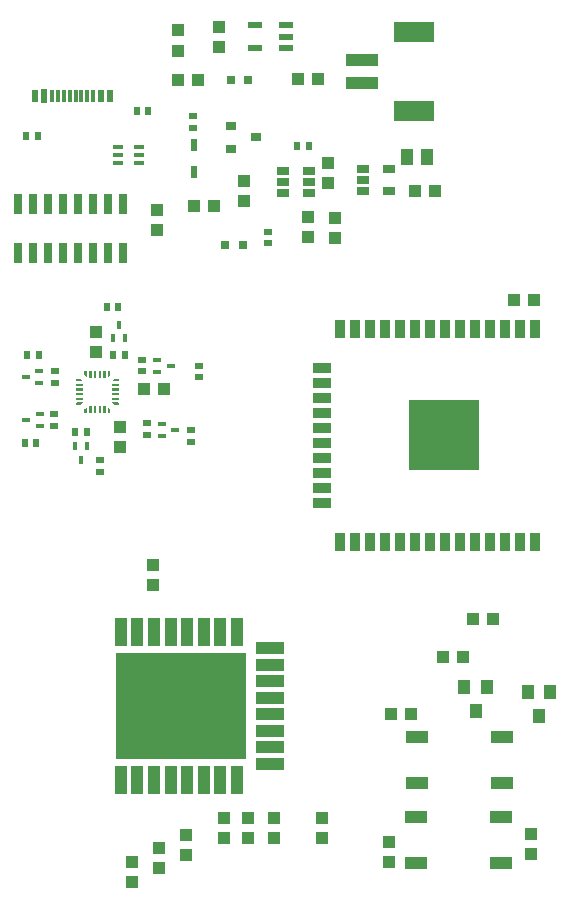
<source format=gbr>
G04 EAGLE Gerber RS-274X export*
G75*
%MOMM*%
%FSLAX34Y34*%
%LPD*%
%INSolderpaste Top*%
%IPPOS*%
%AMOC8*
5,1,8,0,0,1.08239X$1,22.5*%
G01*
%ADD10R,1.016000X1.143000*%
%ADD11R,0.650000X0.460000*%
%ADD12R,0.900000X0.800000*%
%ADD13R,1.200000X0.550000*%
%ADD14R,0.900000X1.500000*%
%ADD15R,1.500000X0.900000*%
%ADD16R,6.000000X6.000000*%
%ADD17R,0.700000X0.600000*%
%ADD18R,0.600000X0.700000*%
%ADD19R,0.460000X0.650000*%
%ADD20R,1.000000X1.100000*%
%ADD21R,1.100000X1.000000*%
%ADD22R,1.900000X1.000000*%
%ADD23R,1.000000X1.350000*%
%ADD24R,1.060000X0.650000*%
%ADD25R,3.499994X1.799997*%
%ADD26R,2.699994X0.999997*%
%ADD27R,2.450000X1.000000*%
%ADD28R,1.000000X2.450000*%
%ADD29R,11.000000X9.000000*%
%ADD30R,0.300000X1.140000*%
%ADD31R,0.500000X1.140000*%
%ADD32R,0.500000X1.150000*%
%ADD33R,0.500000X1.050000*%
%ADD34R,0.850000X0.400000*%
%ADD35R,0.700000X1.800000*%
%ADD36R,0.800000X0.800000*%

G36*
X86700Y444496D02*
X86700Y444496D01*
X86701Y444496D01*
X86892Y444534D01*
X86893Y444535D01*
X86894Y444535D01*
X87056Y444643D01*
X87056Y444644D01*
X87057Y444644D01*
X87165Y444806D01*
X87165Y444807D01*
X87166Y444808D01*
X87166Y444810D01*
X87167Y444810D01*
X87166Y444810D01*
X87167Y444814D01*
X87168Y444818D01*
X87169Y444822D01*
X87169Y444823D01*
X87170Y444827D01*
X87171Y444831D01*
X87172Y444835D01*
X87181Y444882D01*
X87182Y444886D01*
X87183Y444890D01*
X87183Y444891D01*
X87183Y444895D01*
X87184Y444899D01*
X87185Y444903D01*
X87186Y444907D01*
X87186Y444908D01*
X87187Y444912D01*
X87188Y444916D01*
X87196Y444958D01*
X87196Y444959D01*
X87197Y444963D01*
X87198Y444967D01*
X87199Y444971D01*
X87199Y444975D01*
X87199Y444976D01*
X87200Y444980D01*
X87201Y444984D01*
X87202Y444988D01*
X87203Y444992D01*
X87203Y444993D01*
X87204Y444997D01*
X87204Y444999D01*
X87204Y445000D01*
X87204Y450000D01*
X87204Y450001D01*
X87166Y450192D01*
X87165Y450193D01*
X87165Y450194D01*
X87057Y450356D01*
X87056Y450356D01*
X87056Y450357D01*
X86894Y450465D01*
X86893Y450465D01*
X86892Y450466D01*
X86701Y450504D01*
X86700Y450504D01*
X85700Y450504D01*
X85699Y450504D01*
X85508Y450466D01*
X85507Y450465D01*
X85506Y450465D01*
X85344Y450357D01*
X85344Y450356D01*
X85343Y450356D01*
X85235Y450194D01*
X85235Y450193D01*
X85234Y450192D01*
X85230Y450170D01*
X85229Y450170D01*
X85230Y450170D01*
X85229Y450166D01*
X85228Y450162D01*
X85227Y450157D01*
X85226Y450153D01*
X85225Y450149D01*
X85224Y450145D01*
X85224Y450140D01*
X85223Y450136D01*
X85214Y450094D01*
X85213Y450089D01*
X85213Y450085D01*
X85212Y450081D01*
X85211Y450077D01*
X85210Y450072D01*
X85209Y450068D01*
X85208Y450064D01*
X85208Y450060D01*
X85207Y450055D01*
X85198Y450013D01*
X85197Y450009D01*
X85197Y450004D01*
X85196Y450001D01*
X85196Y450000D01*
X85196Y445000D01*
X85196Y444999D01*
X85234Y444808D01*
X85235Y444807D01*
X85235Y444806D01*
X85343Y444644D01*
X85344Y444644D01*
X85344Y444643D01*
X85506Y444535D01*
X85507Y444535D01*
X85508Y444534D01*
X85699Y444496D01*
X85700Y444496D01*
X86700Y444496D01*
X86700Y444496D01*
G37*
G36*
X94700Y444496D02*
X94700Y444496D01*
X94701Y444496D01*
X94892Y444534D01*
X94893Y444535D01*
X94894Y444535D01*
X95056Y444643D01*
X95056Y444644D01*
X95057Y444644D01*
X95165Y444806D01*
X95165Y444807D01*
X95166Y444808D01*
X95166Y444810D01*
X95167Y444810D01*
X95166Y444810D01*
X95167Y444814D01*
X95168Y444818D01*
X95169Y444822D01*
X95169Y444823D01*
X95170Y444827D01*
X95171Y444831D01*
X95172Y444835D01*
X95181Y444882D01*
X95182Y444886D01*
X95183Y444890D01*
X95183Y444891D01*
X95183Y444895D01*
X95184Y444899D01*
X95185Y444903D01*
X95186Y444907D01*
X95186Y444908D01*
X95187Y444912D01*
X95188Y444916D01*
X95196Y444958D01*
X95196Y444959D01*
X95197Y444963D01*
X95198Y444967D01*
X95199Y444971D01*
X95199Y444975D01*
X95199Y444976D01*
X95200Y444980D01*
X95201Y444984D01*
X95202Y444988D01*
X95203Y444992D01*
X95203Y444993D01*
X95204Y444997D01*
X95204Y444999D01*
X95204Y445000D01*
X95204Y450000D01*
X95204Y450001D01*
X95166Y450192D01*
X95165Y450193D01*
X95165Y450194D01*
X95057Y450356D01*
X95056Y450356D01*
X95056Y450357D01*
X94894Y450465D01*
X94893Y450465D01*
X94892Y450466D01*
X94701Y450504D01*
X94700Y450504D01*
X93700Y450504D01*
X93699Y450504D01*
X93508Y450466D01*
X93507Y450465D01*
X93506Y450465D01*
X93344Y450357D01*
X93344Y450356D01*
X93343Y450356D01*
X93235Y450194D01*
X93235Y450193D01*
X93234Y450192D01*
X93230Y450170D01*
X93229Y450170D01*
X93230Y450170D01*
X93229Y450166D01*
X93228Y450162D01*
X93227Y450157D01*
X93226Y450153D01*
X93225Y450149D01*
X93224Y450145D01*
X93224Y450140D01*
X93223Y450136D01*
X93214Y450094D01*
X93213Y450089D01*
X93213Y450085D01*
X93212Y450081D01*
X93211Y450077D01*
X93210Y450072D01*
X93209Y450068D01*
X93208Y450064D01*
X93208Y450060D01*
X93207Y450055D01*
X93198Y450013D01*
X93197Y450009D01*
X93197Y450004D01*
X93196Y450001D01*
X93196Y450000D01*
X93196Y445000D01*
X93196Y444999D01*
X93234Y444808D01*
X93235Y444807D01*
X93235Y444806D01*
X93343Y444644D01*
X93344Y444644D01*
X93344Y444643D01*
X93506Y444535D01*
X93507Y444535D01*
X93508Y444534D01*
X93699Y444496D01*
X93700Y444496D01*
X94700Y444496D01*
X94700Y444496D01*
G37*
G36*
X98700Y444496D02*
X98700Y444496D01*
X98701Y444496D01*
X98892Y444534D01*
X98893Y444535D01*
X98894Y444535D01*
X99056Y444643D01*
X99056Y444644D01*
X99057Y444644D01*
X99165Y444806D01*
X99165Y444807D01*
X99166Y444808D01*
X99166Y444810D01*
X99167Y444810D01*
X99166Y444810D01*
X99167Y444814D01*
X99168Y444818D01*
X99169Y444822D01*
X99169Y444823D01*
X99170Y444827D01*
X99171Y444831D01*
X99172Y444835D01*
X99181Y444882D01*
X99182Y444886D01*
X99183Y444890D01*
X99183Y444891D01*
X99183Y444895D01*
X99184Y444899D01*
X99185Y444903D01*
X99186Y444907D01*
X99186Y444908D01*
X99187Y444912D01*
X99188Y444916D01*
X99196Y444958D01*
X99196Y444959D01*
X99197Y444963D01*
X99198Y444967D01*
X99199Y444971D01*
X99199Y444975D01*
X99199Y444976D01*
X99200Y444980D01*
X99201Y444984D01*
X99202Y444988D01*
X99203Y444992D01*
X99203Y444993D01*
X99204Y444997D01*
X99204Y444999D01*
X99204Y445000D01*
X99204Y450000D01*
X99204Y450001D01*
X99166Y450192D01*
X99165Y450193D01*
X99165Y450194D01*
X99057Y450356D01*
X99056Y450356D01*
X99056Y450357D01*
X98894Y450465D01*
X98893Y450465D01*
X98892Y450466D01*
X98701Y450504D01*
X98700Y450504D01*
X97700Y450504D01*
X97699Y450504D01*
X97508Y450466D01*
X97507Y450465D01*
X97506Y450465D01*
X97344Y450357D01*
X97344Y450356D01*
X97343Y450356D01*
X97235Y450194D01*
X97235Y450193D01*
X97234Y450192D01*
X97230Y450170D01*
X97229Y450170D01*
X97230Y450170D01*
X97229Y450166D01*
X97228Y450162D01*
X97227Y450157D01*
X97226Y450153D01*
X97225Y450149D01*
X97224Y450145D01*
X97224Y450140D01*
X97223Y450136D01*
X97214Y450094D01*
X97213Y450089D01*
X97213Y450085D01*
X97212Y450081D01*
X97211Y450077D01*
X97210Y450072D01*
X97209Y450068D01*
X97208Y450064D01*
X97208Y450060D01*
X97207Y450055D01*
X97198Y450013D01*
X97197Y450009D01*
X97197Y450004D01*
X97196Y450001D01*
X97196Y450000D01*
X97196Y445000D01*
X97196Y444999D01*
X97234Y444808D01*
X97235Y444807D01*
X97235Y444806D01*
X97343Y444644D01*
X97344Y444644D01*
X97344Y444643D01*
X97506Y444535D01*
X97507Y444535D01*
X97508Y444534D01*
X97699Y444496D01*
X97700Y444496D01*
X98700Y444496D01*
X98700Y444496D01*
G37*
G36*
X90700Y444496D02*
X90700Y444496D01*
X90701Y444496D01*
X90892Y444534D01*
X90893Y444535D01*
X90894Y444535D01*
X91056Y444643D01*
X91056Y444644D01*
X91057Y444644D01*
X91165Y444806D01*
X91165Y444807D01*
X91166Y444808D01*
X91166Y444810D01*
X91167Y444810D01*
X91166Y444810D01*
X91167Y444814D01*
X91168Y444818D01*
X91169Y444822D01*
X91169Y444823D01*
X91170Y444827D01*
X91171Y444831D01*
X91172Y444835D01*
X91181Y444882D01*
X91182Y444886D01*
X91183Y444890D01*
X91183Y444891D01*
X91183Y444895D01*
X91184Y444899D01*
X91185Y444903D01*
X91186Y444907D01*
X91186Y444908D01*
X91187Y444912D01*
X91188Y444916D01*
X91196Y444958D01*
X91196Y444959D01*
X91197Y444963D01*
X91198Y444967D01*
X91199Y444971D01*
X91199Y444975D01*
X91199Y444976D01*
X91200Y444980D01*
X91201Y444984D01*
X91202Y444988D01*
X91203Y444992D01*
X91203Y444993D01*
X91204Y444997D01*
X91204Y444999D01*
X91204Y445000D01*
X91204Y450000D01*
X91204Y450001D01*
X91166Y450192D01*
X91165Y450193D01*
X91165Y450194D01*
X91057Y450356D01*
X91056Y450356D01*
X91056Y450357D01*
X90894Y450465D01*
X90893Y450465D01*
X90892Y450466D01*
X90701Y450504D01*
X90700Y450504D01*
X89700Y450504D01*
X89699Y450504D01*
X89508Y450466D01*
X89507Y450465D01*
X89506Y450465D01*
X89344Y450357D01*
X89344Y450356D01*
X89343Y450356D01*
X89235Y450194D01*
X89235Y450193D01*
X89234Y450192D01*
X89230Y450170D01*
X89229Y450170D01*
X89230Y450170D01*
X89229Y450166D01*
X89228Y450162D01*
X89227Y450157D01*
X89226Y450153D01*
X89225Y450149D01*
X89224Y450145D01*
X89224Y450140D01*
X89223Y450136D01*
X89214Y450094D01*
X89213Y450089D01*
X89213Y450085D01*
X89212Y450081D01*
X89211Y450077D01*
X89210Y450072D01*
X89209Y450068D01*
X89208Y450064D01*
X89208Y450060D01*
X89207Y450055D01*
X89198Y450013D01*
X89197Y450009D01*
X89197Y450004D01*
X89196Y450001D01*
X89196Y450000D01*
X89196Y445000D01*
X89196Y444999D01*
X89234Y444808D01*
X89235Y444807D01*
X89235Y444806D01*
X89343Y444644D01*
X89344Y444644D01*
X89344Y444643D01*
X89506Y444535D01*
X89507Y444535D01*
X89508Y444534D01*
X89699Y444496D01*
X89700Y444496D01*
X90700Y444496D01*
X90700Y444496D01*
G37*
G36*
X90700Y414496D02*
X90700Y414496D01*
X90701Y414496D01*
X90892Y414534D01*
X90893Y414535D01*
X90894Y414535D01*
X91056Y414643D01*
X91056Y414644D01*
X91057Y414644D01*
X91165Y414806D01*
X91165Y414807D01*
X91166Y414808D01*
X91166Y414810D01*
X91167Y414810D01*
X91166Y414810D01*
X91167Y414814D01*
X91168Y414818D01*
X91169Y414822D01*
X91169Y414823D01*
X91170Y414827D01*
X91171Y414831D01*
X91172Y414835D01*
X91181Y414882D01*
X91182Y414886D01*
X91183Y414890D01*
X91183Y414891D01*
X91183Y414895D01*
X91184Y414899D01*
X91185Y414903D01*
X91186Y414907D01*
X91186Y414908D01*
X91187Y414912D01*
X91188Y414916D01*
X91196Y414958D01*
X91196Y414959D01*
X91197Y414963D01*
X91198Y414967D01*
X91199Y414971D01*
X91199Y414975D01*
X91199Y414976D01*
X91200Y414980D01*
X91201Y414984D01*
X91202Y414988D01*
X91203Y414992D01*
X91203Y414993D01*
X91204Y414997D01*
X91204Y414999D01*
X91204Y415000D01*
X91204Y420000D01*
X91204Y420001D01*
X91166Y420192D01*
X91165Y420193D01*
X91165Y420194D01*
X91057Y420356D01*
X91056Y420356D01*
X91056Y420357D01*
X90894Y420465D01*
X90893Y420465D01*
X90892Y420466D01*
X90701Y420504D01*
X90700Y420504D01*
X89700Y420504D01*
X89699Y420504D01*
X89508Y420466D01*
X89507Y420465D01*
X89506Y420465D01*
X89344Y420357D01*
X89344Y420356D01*
X89343Y420356D01*
X89235Y420194D01*
X89235Y420193D01*
X89234Y420192D01*
X89230Y420170D01*
X89229Y420170D01*
X89230Y420170D01*
X89229Y420166D01*
X89228Y420162D01*
X89227Y420157D01*
X89226Y420153D01*
X89225Y420149D01*
X89224Y420145D01*
X89224Y420140D01*
X89223Y420136D01*
X89214Y420094D01*
X89213Y420089D01*
X89213Y420085D01*
X89212Y420081D01*
X89211Y420077D01*
X89210Y420072D01*
X89209Y420068D01*
X89208Y420064D01*
X89208Y420060D01*
X89207Y420055D01*
X89198Y420013D01*
X89197Y420009D01*
X89197Y420004D01*
X89196Y420001D01*
X89196Y420000D01*
X89196Y415000D01*
X89196Y414999D01*
X89234Y414808D01*
X89235Y414807D01*
X89235Y414806D01*
X89343Y414644D01*
X89344Y414644D01*
X89344Y414643D01*
X89506Y414535D01*
X89507Y414535D01*
X89508Y414534D01*
X89699Y414496D01*
X89700Y414496D01*
X90700Y414496D01*
X90700Y414496D01*
G37*
G36*
X98700Y414496D02*
X98700Y414496D01*
X98701Y414496D01*
X98892Y414534D01*
X98893Y414535D01*
X98894Y414535D01*
X99056Y414643D01*
X99056Y414644D01*
X99057Y414644D01*
X99165Y414806D01*
X99165Y414807D01*
X99166Y414808D01*
X99166Y414810D01*
X99167Y414810D01*
X99166Y414810D01*
X99167Y414814D01*
X99168Y414818D01*
X99169Y414822D01*
X99169Y414823D01*
X99170Y414827D01*
X99171Y414831D01*
X99172Y414835D01*
X99181Y414882D01*
X99182Y414886D01*
X99183Y414890D01*
X99183Y414891D01*
X99183Y414895D01*
X99184Y414899D01*
X99185Y414903D01*
X99186Y414907D01*
X99186Y414908D01*
X99187Y414912D01*
X99188Y414916D01*
X99196Y414958D01*
X99196Y414959D01*
X99197Y414963D01*
X99198Y414967D01*
X99199Y414971D01*
X99199Y414975D01*
X99199Y414976D01*
X99200Y414980D01*
X99201Y414984D01*
X99202Y414988D01*
X99203Y414992D01*
X99203Y414993D01*
X99204Y414997D01*
X99204Y414999D01*
X99204Y415000D01*
X99204Y420000D01*
X99204Y420001D01*
X99166Y420192D01*
X99165Y420193D01*
X99165Y420194D01*
X99057Y420356D01*
X99056Y420356D01*
X99056Y420357D01*
X98894Y420465D01*
X98893Y420465D01*
X98892Y420466D01*
X98701Y420504D01*
X98700Y420504D01*
X97700Y420504D01*
X97699Y420504D01*
X97508Y420466D01*
X97507Y420465D01*
X97506Y420465D01*
X97344Y420357D01*
X97344Y420356D01*
X97343Y420356D01*
X97235Y420194D01*
X97235Y420193D01*
X97234Y420192D01*
X97230Y420170D01*
X97229Y420170D01*
X97230Y420170D01*
X97229Y420166D01*
X97228Y420162D01*
X97227Y420157D01*
X97226Y420153D01*
X97225Y420149D01*
X97224Y420145D01*
X97224Y420140D01*
X97223Y420136D01*
X97214Y420094D01*
X97213Y420089D01*
X97213Y420085D01*
X97212Y420081D01*
X97211Y420077D01*
X97210Y420072D01*
X97209Y420068D01*
X97208Y420064D01*
X97208Y420060D01*
X97207Y420055D01*
X97198Y420013D01*
X97197Y420009D01*
X97197Y420004D01*
X97196Y420001D01*
X97196Y420000D01*
X97196Y415000D01*
X97196Y414999D01*
X97234Y414808D01*
X97235Y414807D01*
X97235Y414806D01*
X97343Y414644D01*
X97344Y414644D01*
X97344Y414643D01*
X97506Y414535D01*
X97507Y414535D01*
X97508Y414534D01*
X97699Y414496D01*
X97700Y414496D01*
X98700Y414496D01*
X98700Y414496D01*
G37*
G36*
X86700Y414496D02*
X86700Y414496D01*
X86701Y414496D01*
X86892Y414534D01*
X86893Y414535D01*
X86894Y414535D01*
X87056Y414643D01*
X87056Y414644D01*
X87057Y414644D01*
X87165Y414806D01*
X87165Y414807D01*
X87166Y414808D01*
X87166Y414810D01*
X87167Y414810D01*
X87166Y414810D01*
X87167Y414814D01*
X87168Y414818D01*
X87169Y414822D01*
X87169Y414823D01*
X87170Y414827D01*
X87171Y414831D01*
X87172Y414835D01*
X87181Y414882D01*
X87182Y414886D01*
X87183Y414890D01*
X87183Y414891D01*
X87183Y414895D01*
X87184Y414899D01*
X87185Y414903D01*
X87186Y414907D01*
X87186Y414908D01*
X87187Y414912D01*
X87188Y414916D01*
X87196Y414958D01*
X87196Y414959D01*
X87197Y414963D01*
X87198Y414967D01*
X87199Y414971D01*
X87199Y414975D01*
X87199Y414976D01*
X87200Y414980D01*
X87201Y414984D01*
X87202Y414988D01*
X87203Y414992D01*
X87203Y414993D01*
X87204Y414997D01*
X87204Y414999D01*
X87204Y415000D01*
X87204Y420000D01*
X87204Y420001D01*
X87166Y420192D01*
X87165Y420193D01*
X87165Y420194D01*
X87057Y420356D01*
X87056Y420356D01*
X87056Y420357D01*
X86894Y420465D01*
X86893Y420465D01*
X86892Y420466D01*
X86701Y420504D01*
X86700Y420504D01*
X85700Y420504D01*
X85699Y420504D01*
X85508Y420466D01*
X85507Y420465D01*
X85506Y420465D01*
X85344Y420357D01*
X85344Y420356D01*
X85343Y420356D01*
X85235Y420194D01*
X85235Y420193D01*
X85234Y420192D01*
X85230Y420170D01*
X85229Y420170D01*
X85230Y420170D01*
X85229Y420166D01*
X85228Y420162D01*
X85227Y420157D01*
X85226Y420153D01*
X85225Y420149D01*
X85224Y420145D01*
X85224Y420140D01*
X85223Y420136D01*
X85214Y420094D01*
X85213Y420089D01*
X85213Y420085D01*
X85212Y420081D01*
X85211Y420077D01*
X85210Y420072D01*
X85209Y420068D01*
X85208Y420064D01*
X85208Y420060D01*
X85207Y420055D01*
X85198Y420013D01*
X85197Y420009D01*
X85197Y420004D01*
X85196Y420001D01*
X85196Y420000D01*
X85196Y415000D01*
X85196Y414999D01*
X85234Y414808D01*
X85235Y414807D01*
X85235Y414806D01*
X85343Y414644D01*
X85344Y414644D01*
X85344Y414643D01*
X85506Y414535D01*
X85507Y414535D01*
X85508Y414534D01*
X85699Y414496D01*
X85700Y414496D01*
X86700Y414496D01*
X86700Y414496D01*
G37*
G36*
X94700Y414496D02*
X94700Y414496D01*
X94701Y414496D01*
X94892Y414534D01*
X94893Y414535D01*
X94894Y414535D01*
X95056Y414643D01*
X95056Y414644D01*
X95057Y414644D01*
X95165Y414806D01*
X95165Y414807D01*
X95166Y414808D01*
X95166Y414810D01*
X95167Y414810D01*
X95166Y414810D01*
X95167Y414814D01*
X95168Y414818D01*
X95169Y414822D01*
X95169Y414823D01*
X95170Y414827D01*
X95171Y414831D01*
X95172Y414835D01*
X95181Y414882D01*
X95182Y414886D01*
X95183Y414890D01*
X95183Y414891D01*
X95183Y414895D01*
X95184Y414899D01*
X95185Y414903D01*
X95186Y414907D01*
X95186Y414908D01*
X95187Y414912D01*
X95188Y414916D01*
X95196Y414958D01*
X95196Y414959D01*
X95197Y414963D01*
X95198Y414967D01*
X95199Y414971D01*
X95199Y414975D01*
X95199Y414976D01*
X95200Y414980D01*
X95201Y414984D01*
X95202Y414988D01*
X95203Y414992D01*
X95203Y414993D01*
X95204Y414997D01*
X95204Y414999D01*
X95204Y415000D01*
X95204Y420000D01*
X95204Y420001D01*
X95166Y420192D01*
X95165Y420193D01*
X95165Y420194D01*
X95057Y420356D01*
X95056Y420356D01*
X95056Y420357D01*
X94894Y420465D01*
X94893Y420465D01*
X94892Y420466D01*
X94701Y420504D01*
X94700Y420504D01*
X93700Y420504D01*
X93699Y420504D01*
X93508Y420466D01*
X93507Y420465D01*
X93506Y420465D01*
X93344Y420357D01*
X93344Y420356D01*
X93343Y420356D01*
X93235Y420194D01*
X93235Y420193D01*
X93234Y420192D01*
X93230Y420170D01*
X93229Y420170D01*
X93230Y420170D01*
X93229Y420166D01*
X93228Y420162D01*
X93227Y420157D01*
X93226Y420153D01*
X93225Y420149D01*
X93224Y420145D01*
X93224Y420140D01*
X93223Y420136D01*
X93214Y420094D01*
X93213Y420089D01*
X93213Y420085D01*
X93212Y420081D01*
X93211Y420077D01*
X93210Y420072D01*
X93209Y420068D01*
X93208Y420064D01*
X93208Y420060D01*
X93207Y420055D01*
X93198Y420013D01*
X93197Y420009D01*
X93197Y420004D01*
X93196Y420001D01*
X93196Y420000D01*
X93196Y415000D01*
X93196Y414999D01*
X93234Y414808D01*
X93235Y414807D01*
X93235Y414806D01*
X93343Y414644D01*
X93344Y414644D01*
X93344Y414643D01*
X93506Y414535D01*
X93507Y414535D01*
X93508Y414534D01*
X93699Y414496D01*
X93700Y414496D01*
X94700Y414496D01*
X94700Y414496D01*
G37*
G36*
X109700Y437496D02*
X109700Y437496D01*
X109701Y437496D01*
X109892Y437534D01*
X109893Y437535D01*
X109894Y437535D01*
X110056Y437643D01*
X110056Y437644D01*
X110057Y437644D01*
X110165Y437806D01*
X110165Y437807D01*
X110166Y437808D01*
X110166Y437810D01*
X110167Y437810D01*
X110166Y437810D01*
X110167Y437814D01*
X110168Y437818D01*
X110169Y437822D01*
X110169Y437823D01*
X110170Y437827D01*
X110171Y437831D01*
X110172Y437835D01*
X110181Y437882D01*
X110182Y437886D01*
X110183Y437890D01*
X110183Y437891D01*
X110183Y437895D01*
X110184Y437899D01*
X110185Y437903D01*
X110186Y437907D01*
X110186Y437908D01*
X110187Y437912D01*
X110188Y437916D01*
X110196Y437958D01*
X110196Y437959D01*
X110197Y437963D01*
X110198Y437967D01*
X110199Y437971D01*
X110199Y437975D01*
X110199Y437976D01*
X110200Y437980D01*
X110201Y437984D01*
X110202Y437988D01*
X110203Y437992D01*
X110203Y437993D01*
X110204Y437997D01*
X110204Y437999D01*
X110204Y438000D01*
X110204Y439000D01*
X110204Y439001D01*
X110166Y439192D01*
X110165Y439193D01*
X110165Y439194D01*
X110057Y439356D01*
X110056Y439356D01*
X110056Y439357D01*
X109894Y439465D01*
X109893Y439465D01*
X109892Y439466D01*
X109701Y439504D01*
X109700Y439504D01*
X104700Y439504D01*
X104699Y439504D01*
X104508Y439466D01*
X104507Y439465D01*
X104506Y439465D01*
X104344Y439357D01*
X104344Y439356D01*
X104343Y439356D01*
X104235Y439194D01*
X104235Y439193D01*
X104234Y439192D01*
X104233Y439188D01*
X104232Y439184D01*
X104231Y439179D01*
X104231Y439175D01*
X104230Y439175D01*
X104231Y439175D01*
X104230Y439171D01*
X104229Y439167D01*
X104228Y439162D01*
X104227Y439158D01*
X104226Y439154D01*
X104218Y439111D01*
X104217Y439107D01*
X104216Y439103D01*
X104215Y439099D01*
X104214Y439094D01*
X104214Y439090D01*
X104213Y439086D01*
X104212Y439082D01*
X104211Y439077D01*
X104210Y439073D01*
X104202Y439031D01*
X104201Y439026D01*
X104200Y439022D01*
X104199Y439018D01*
X104198Y439014D01*
X104198Y439009D01*
X104197Y439005D01*
X104196Y439001D01*
X104196Y439000D01*
X104196Y438000D01*
X104196Y437999D01*
X104234Y437808D01*
X104235Y437807D01*
X104235Y437806D01*
X104343Y437644D01*
X104344Y437644D01*
X104344Y437643D01*
X104506Y437535D01*
X104507Y437535D01*
X104508Y437534D01*
X104699Y437496D01*
X104700Y437496D01*
X109700Y437496D01*
X109700Y437496D01*
G37*
G36*
X79700Y437496D02*
X79700Y437496D01*
X79701Y437496D01*
X79892Y437534D01*
X79893Y437535D01*
X79894Y437535D01*
X80056Y437643D01*
X80056Y437644D01*
X80057Y437644D01*
X80165Y437806D01*
X80165Y437807D01*
X80166Y437808D01*
X80166Y437810D01*
X80167Y437810D01*
X80166Y437810D01*
X80167Y437814D01*
X80168Y437818D01*
X80169Y437822D01*
X80169Y437823D01*
X80170Y437827D01*
X80171Y437831D01*
X80172Y437835D01*
X80181Y437882D01*
X80182Y437886D01*
X80183Y437890D01*
X80183Y437891D01*
X80183Y437895D01*
X80184Y437899D01*
X80185Y437903D01*
X80186Y437907D01*
X80186Y437908D01*
X80187Y437912D01*
X80188Y437916D01*
X80196Y437958D01*
X80196Y437959D01*
X80197Y437963D01*
X80198Y437967D01*
X80199Y437971D01*
X80199Y437975D01*
X80199Y437976D01*
X80200Y437980D01*
X80201Y437984D01*
X80202Y437988D01*
X80203Y437992D01*
X80203Y437993D01*
X80204Y437997D01*
X80204Y437999D01*
X80204Y438000D01*
X80204Y439000D01*
X80204Y439001D01*
X80166Y439192D01*
X80165Y439193D01*
X80165Y439194D01*
X80057Y439356D01*
X80056Y439356D01*
X80056Y439357D01*
X79894Y439465D01*
X79893Y439465D01*
X79892Y439466D01*
X79701Y439504D01*
X79700Y439504D01*
X74700Y439504D01*
X74699Y439504D01*
X74508Y439466D01*
X74507Y439465D01*
X74506Y439465D01*
X74344Y439357D01*
X74344Y439356D01*
X74343Y439356D01*
X74235Y439194D01*
X74235Y439193D01*
X74234Y439192D01*
X74233Y439188D01*
X74232Y439184D01*
X74231Y439179D01*
X74231Y439175D01*
X74230Y439175D01*
X74231Y439175D01*
X74230Y439171D01*
X74229Y439167D01*
X74228Y439162D01*
X74227Y439158D01*
X74226Y439154D01*
X74218Y439111D01*
X74217Y439107D01*
X74216Y439103D01*
X74215Y439099D01*
X74214Y439094D01*
X74214Y439090D01*
X74213Y439086D01*
X74212Y439082D01*
X74211Y439077D01*
X74210Y439073D01*
X74202Y439031D01*
X74201Y439026D01*
X74200Y439022D01*
X74199Y439018D01*
X74198Y439014D01*
X74198Y439009D01*
X74197Y439005D01*
X74196Y439001D01*
X74196Y439000D01*
X74196Y438000D01*
X74196Y437999D01*
X74234Y437808D01*
X74235Y437807D01*
X74235Y437806D01*
X74343Y437644D01*
X74344Y437644D01*
X74344Y437643D01*
X74506Y437535D01*
X74507Y437535D01*
X74508Y437534D01*
X74699Y437496D01*
X74700Y437496D01*
X79700Y437496D01*
X79700Y437496D01*
G37*
G36*
X79700Y433496D02*
X79700Y433496D01*
X79701Y433496D01*
X79892Y433534D01*
X79893Y433535D01*
X79894Y433535D01*
X80056Y433643D01*
X80056Y433644D01*
X80057Y433644D01*
X80165Y433806D01*
X80165Y433807D01*
X80166Y433808D01*
X80166Y433810D01*
X80167Y433810D01*
X80166Y433810D01*
X80167Y433814D01*
X80168Y433818D01*
X80169Y433822D01*
X80169Y433823D01*
X80170Y433827D01*
X80171Y433831D01*
X80172Y433835D01*
X80181Y433882D01*
X80182Y433886D01*
X80183Y433890D01*
X80183Y433891D01*
X80183Y433895D01*
X80184Y433899D01*
X80185Y433903D01*
X80186Y433907D01*
X80186Y433908D01*
X80187Y433912D01*
X80188Y433916D01*
X80196Y433958D01*
X80196Y433959D01*
X80197Y433963D01*
X80198Y433967D01*
X80199Y433971D01*
X80199Y433975D01*
X80199Y433976D01*
X80200Y433980D01*
X80201Y433984D01*
X80202Y433988D01*
X80203Y433992D01*
X80203Y433993D01*
X80204Y433997D01*
X80204Y433999D01*
X80204Y434000D01*
X80204Y435000D01*
X80204Y435001D01*
X80166Y435192D01*
X80165Y435193D01*
X80165Y435194D01*
X80057Y435356D01*
X80056Y435356D01*
X80056Y435357D01*
X79894Y435465D01*
X79893Y435465D01*
X79892Y435466D01*
X79701Y435504D01*
X79700Y435504D01*
X74700Y435504D01*
X74699Y435504D01*
X74508Y435466D01*
X74507Y435465D01*
X74506Y435465D01*
X74344Y435357D01*
X74344Y435356D01*
X74343Y435356D01*
X74235Y435194D01*
X74235Y435193D01*
X74234Y435192D01*
X74233Y435188D01*
X74232Y435184D01*
X74231Y435179D01*
X74231Y435175D01*
X74230Y435175D01*
X74231Y435175D01*
X74230Y435171D01*
X74229Y435167D01*
X74228Y435162D01*
X74227Y435158D01*
X74226Y435154D01*
X74218Y435111D01*
X74217Y435107D01*
X74216Y435103D01*
X74215Y435099D01*
X74214Y435094D01*
X74214Y435090D01*
X74213Y435086D01*
X74212Y435082D01*
X74211Y435077D01*
X74210Y435073D01*
X74202Y435031D01*
X74201Y435026D01*
X74200Y435022D01*
X74199Y435018D01*
X74198Y435014D01*
X74198Y435009D01*
X74197Y435005D01*
X74196Y435001D01*
X74196Y435000D01*
X74196Y434000D01*
X74196Y433999D01*
X74234Y433808D01*
X74235Y433807D01*
X74235Y433806D01*
X74343Y433644D01*
X74344Y433644D01*
X74344Y433643D01*
X74506Y433535D01*
X74507Y433535D01*
X74508Y433534D01*
X74699Y433496D01*
X74700Y433496D01*
X79700Y433496D01*
X79700Y433496D01*
G37*
G36*
X109700Y433496D02*
X109700Y433496D01*
X109701Y433496D01*
X109892Y433534D01*
X109893Y433535D01*
X109894Y433535D01*
X110056Y433643D01*
X110056Y433644D01*
X110057Y433644D01*
X110165Y433806D01*
X110165Y433807D01*
X110166Y433808D01*
X110166Y433810D01*
X110167Y433810D01*
X110166Y433810D01*
X110167Y433814D01*
X110168Y433818D01*
X110169Y433822D01*
X110169Y433823D01*
X110170Y433827D01*
X110171Y433831D01*
X110172Y433835D01*
X110181Y433882D01*
X110182Y433886D01*
X110183Y433890D01*
X110183Y433891D01*
X110183Y433895D01*
X110184Y433899D01*
X110185Y433903D01*
X110186Y433907D01*
X110186Y433908D01*
X110187Y433912D01*
X110188Y433916D01*
X110196Y433958D01*
X110196Y433959D01*
X110197Y433963D01*
X110198Y433967D01*
X110199Y433971D01*
X110199Y433975D01*
X110199Y433976D01*
X110200Y433980D01*
X110201Y433984D01*
X110202Y433988D01*
X110203Y433992D01*
X110203Y433993D01*
X110204Y433997D01*
X110204Y433999D01*
X110204Y434000D01*
X110204Y435000D01*
X110204Y435001D01*
X110166Y435192D01*
X110165Y435193D01*
X110165Y435194D01*
X110057Y435356D01*
X110056Y435356D01*
X110056Y435357D01*
X109894Y435465D01*
X109893Y435465D01*
X109892Y435466D01*
X109701Y435504D01*
X109700Y435504D01*
X104700Y435504D01*
X104699Y435504D01*
X104508Y435466D01*
X104507Y435465D01*
X104506Y435465D01*
X104344Y435357D01*
X104344Y435356D01*
X104343Y435356D01*
X104235Y435194D01*
X104235Y435193D01*
X104234Y435192D01*
X104233Y435188D01*
X104232Y435184D01*
X104231Y435179D01*
X104231Y435175D01*
X104230Y435175D01*
X104231Y435175D01*
X104230Y435171D01*
X104229Y435167D01*
X104228Y435162D01*
X104227Y435158D01*
X104226Y435154D01*
X104218Y435111D01*
X104217Y435107D01*
X104216Y435103D01*
X104215Y435099D01*
X104214Y435094D01*
X104214Y435090D01*
X104213Y435086D01*
X104212Y435082D01*
X104211Y435077D01*
X104210Y435073D01*
X104202Y435031D01*
X104201Y435026D01*
X104200Y435022D01*
X104199Y435018D01*
X104198Y435014D01*
X104198Y435009D01*
X104197Y435005D01*
X104196Y435001D01*
X104196Y435000D01*
X104196Y434000D01*
X104196Y433999D01*
X104234Y433808D01*
X104235Y433807D01*
X104235Y433806D01*
X104343Y433644D01*
X104344Y433644D01*
X104344Y433643D01*
X104506Y433535D01*
X104507Y433535D01*
X104508Y433534D01*
X104699Y433496D01*
X104700Y433496D01*
X109700Y433496D01*
X109700Y433496D01*
G37*
G36*
X109700Y429496D02*
X109700Y429496D01*
X109701Y429496D01*
X109892Y429534D01*
X109893Y429535D01*
X109894Y429535D01*
X110056Y429643D01*
X110056Y429644D01*
X110057Y429644D01*
X110165Y429806D01*
X110165Y429807D01*
X110166Y429808D01*
X110166Y429810D01*
X110167Y429810D01*
X110166Y429810D01*
X110167Y429814D01*
X110168Y429818D01*
X110169Y429822D01*
X110169Y429823D01*
X110170Y429827D01*
X110171Y429831D01*
X110172Y429835D01*
X110181Y429882D01*
X110182Y429886D01*
X110183Y429890D01*
X110183Y429891D01*
X110183Y429895D01*
X110184Y429899D01*
X110185Y429903D01*
X110186Y429907D01*
X110186Y429908D01*
X110187Y429912D01*
X110188Y429916D01*
X110196Y429958D01*
X110196Y429959D01*
X110197Y429963D01*
X110198Y429967D01*
X110199Y429971D01*
X110199Y429975D01*
X110199Y429976D01*
X110200Y429980D01*
X110201Y429984D01*
X110202Y429988D01*
X110203Y429992D01*
X110203Y429993D01*
X110204Y429997D01*
X110204Y429999D01*
X110204Y430000D01*
X110204Y431000D01*
X110204Y431001D01*
X110166Y431192D01*
X110165Y431193D01*
X110165Y431194D01*
X110057Y431356D01*
X110056Y431356D01*
X110056Y431357D01*
X109894Y431465D01*
X109893Y431465D01*
X109892Y431466D01*
X109701Y431504D01*
X109700Y431504D01*
X104700Y431504D01*
X104699Y431504D01*
X104508Y431466D01*
X104507Y431465D01*
X104506Y431465D01*
X104344Y431357D01*
X104344Y431356D01*
X104343Y431356D01*
X104235Y431194D01*
X104235Y431193D01*
X104234Y431192D01*
X104233Y431188D01*
X104232Y431184D01*
X104231Y431179D01*
X104231Y431175D01*
X104230Y431175D01*
X104231Y431175D01*
X104230Y431171D01*
X104229Y431167D01*
X104228Y431162D01*
X104227Y431158D01*
X104226Y431154D01*
X104218Y431111D01*
X104217Y431107D01*
X104216Y431103D01*
X104215Y431099D01*
X104214Y431094D01*
X104214Y431090D01*
X104213Y431086D01*
X104212Y431082D01*
X104211Y431077D01*
X104210Y431073D01*
X104202Y431031D01*
X104201Y431026D01*
X104200Y431022D01*
X104199Y431018D01*
X104198Y431014D01*
X104198Y431009D01*
X104197Y431005D01*
X104196Y431001D01*
X104196Y431000D01*
X104196Y430000D01*
X104196Y429999D01*
X104234Y429808D01*
X104235Y429807D01*
X104235Y429806D01*
X104343Y429644D01*
X104344Y429644D01*
X104344Y429643D01*
X104506Y429535D01*
X104507Y429535D01*
X104508Y429534D01*
X104699Y429496D01*
X104700Y429496D01*
X109700Y429496D01*
X109700Y429496D01*
G37*
G36*
X79700Y429496D02*
X79700Y429496D01*
X79701Y429496D01*
X79892Y429534D01*
X79893Y429535D01*
X79894Y429535D01*
X80056Y429643D01*
X80056Y429644D01*
X80057Y429644D01*
X80165Y429806D01*
X80165Y429807D01*
X80166Y429808D01*
X80166Y429810D01*
X80167Y429810D01*
X80166Y429810D01*
X80167Y429814D01*
X80168Y429818D01*
X80169Y429822D01*
X80169Y429823D01*
X80170Y429827D01*
X80171Y429831D01*
X80172Y429835D01*
X80181Y429882D01*
X80182Y429886D01*
X80183Y429890D01*
X80183Y429891D01*
X80183Y429895D01*
X80184Y429899D01*
X80185Y429903D01*
X80186Y429907D01*
X80186Y429908D01*
X80187Y429912D01*
X80188Y429916D01*
X80196Y429958D01*
X80196Y429959D01*
X80197Y429963D01*
X80198Y429967D01*
X80199Y429971D01*
X80199Y429975D01*
X80199Y429976D01*
X80200Y429980D01*
X80201Y429984D01*
X80202Y429988D01*
X80203Y429992D01*
X80203Y429993D01*
X80204Y429997D01*
X80204Y429999D01*
X80204Y430000D01*
X80204Y431000D01*
X80204Y431001D01*
X80166Y431192D01*
X80165Y431193D01*
X80165Y431194D01*
X80057Y431356D01*
X80056Y431356D01*
X80056Y431357D01*
X79894Y431465D01*
X79893Y431465D01*
X79892Y431466D01*
X79701Y431504D01*
X79700Y431504D01*
X74700Y431504D01*
X74699Y431504D01*
X74508Y431466D01*
X74507Y431465D01*
X74506Y431465D01*
X74344Y431357D01*
X74344Y431356D01*
X74343Y431356D01*
X74235Y431194D01*
X74235Y431193D01*
X74234Y431192D01*
X74233Y431188D01*
X74232Y431184D01*
X74231Y431179D01*
X74231Y431175D01*
X74230Y431175D01*
X74231Y431175D01*
X74230Y431171D01*
X74229Y431167D01*
X74228Y431162D01*
X74227Y431158D01*
X74226Y431154D01*
X74218Y431111D01*
X74217Y431107D01*
X74216Y431103D01*
X74215Y431099D01*
X74214Y431094D01*
X74214Y431090D01*
X74213Y431086D01*
X74212Y431082D01*
X74211Y431077D01*
X74210Y431073D01*
X74202Y431031D01*
X74201Y431026D01*
X74200Y431022D01*
X74199Y431018D01*
X74198Y431014D01*
X74198Y431009D01*
X74197Y431005D01*
X74196Y431001D01*
X74196Y431000D01*
X74196Y430000D01*
X74196Y429999D01*
X74234Y429808D01*
X74235Y429807D01*
X74235Y429806D01*
X74343Y429644D01*
X74344Y429644D01*
X74344Y429643D01*
X74506Y429535D01*
X74507Y429535D01*
X74508Y429534D01*
X74699Y429496D01*
X74700Y429496D01*
X79700Y429496D01*
X79700Y429496D01*
G37*
G36*
X109700Y425496D02*
X109700Y425496D01*
X109701Y425496D01*
X109892Y425534D01*
X109893Y425535D01*
X109894Y425535D01*
X110056Y425643D01*
X110056Y425644D01*
X110057Y425644D01*
X110165Y425806D01*
X110165Y425807D01*
X110166Y425808D01*
X110166Y425810D01*
X110167Y425810D01*
X110166Y425810D01*
X110167Y425814D01*
X110168Y425818D01*
X110169Y425822D01*
X110169Y425823D01*
X110170Y425827D01*
X110171Y425831D01*
X110172Y425835D01*
X110181Y425882D01*
X110182Y425886D01*
X110183Y425890D01*
X110183Y425891D01*
X110183Y425895D01*
X110184Y425899D01*
X110185Y425903D01*
X110186Y425907D01*
X110186Y425908D01*
X110187Y425912D01*
X110188Y425916D01*
X110196Y425958D01*
X110196Y425959D01*
X110197Y425963D01*
X110198Y425967D01*
X110199Y425971D01*
X110199Y425975D01*
X110199Y425976D01*
X110200Y425980D01*
X110201Y425984D01*
X110202Y425988D01*
X110203Y425992D01*
X110203Y425993D01*
X110204Y425997D01*
X110204Y425999D01*
X110204Y426000D01*
X110204Y427000D01*
X110204Y427001D01*
X110166Y427192D01*
X110165Y427193D01*
X110165Y427194D01*
X110057Y427356D01*
X110056Y427356D01*
X110056Y427357D01*
X109894Y427465D01*
X109893Y427465D01*
X109892Y427466D01*
X109701Y427504D01*
X109700Y427504D01*
X104700Y427504D01*
X104699Y427504D01*
X104508Y427466D01*
X104507Y427465D01*
X104506Y427465D01*
X104344Y427357D01*
X104344Y427356D01*
X104343Y427356D01*
X104235Y427194D01*
X104235Y427193D01*
X104234Y427192D01*
X104233Y427188D01*
X104232Y427184D01*
X104231Y427179D01*
X104231Y427175D01*
X104230Y427175D01*
X104231Y427175D01*
X104230Y427171D01*
X104229Y427167D01*
X104228Y427162D01*
X104227Y427158D01*
X104226Y427154D01*
X104218Y427111D01*
X104217Y427107D01*
X104216Y427103D01*
X104215Y427099D01*
X104214Y427094D01*
X104214Y427090D01*
X104213Y427086D01*
X104212Y427082D01*
X104211Y427077D01*
X104210Y427073D01*
X104202Y427031D01*
X104201Y427026D01*
X104200Y427022D01*
X104199Y427018D01*
X104198Y427014D01*
X104198Y427009D01*
X104197Y427005D01*
X104196Y427001D01*
X104196Y427000D01*
X104196Y426000D01*
X104196Y425999D01*
X104234Y425808D01*
X104235Y425807D01*
X104235Y425806D01*
X104343Y425644D01*
X104344Y425644D01*
X104344Y425643D01*
X104506Y425535D01*
X104507Y425535D01*
X104508Y425534D01*
X104699Y425496D01*
X104700Y425496D01*
X109700Y425496D01*
X109700Y425496D01*
G37*
G36*
X79700Y425496D02*
X79700Y425496D01*
X79701Y425496D01*
X79892Y425534D01*
X79893Y425535D01*
X79894Y425535D01*
X80056Y425643D01*
X80056Y425644D01*
X80057Y425644D01*
X80165Y425806D01*
X80165Y425807D01*
X80166Y425808D01*
X80166Y425810D01*
X80167Y425810D01*
X80166Y425810D01*
X80167Y425814D01*
X80168Y425818D01*
X80169Y425822D01*
X80169Y425823D01*
X80170Y425827D01*
X80171Y425831D01*
X80172Y425835D01*
X80181Y425882D01*
X80182Y425886D01*
X80183Y425890D01*
X80183Y425891D01*
X80183Y425895D01*
X80184Y425899D01*
X80185Y425903D01*
X80186Y425907D01*
X80186Y425908D01*
X80187Y425912D01*
X80188Y425916D01*
X80196Y425958D01*
X80196Y425959D01*
X80197Y425963D01*
X80198Y425967D01*
X80199Y425971D01*
X80199Y425975D01*
X80199Y425976D01*
X80200Y425980D01*
X80201Y425984D01*
X80202Y425988D01*
X80203Y425992D01*
X80203Y425993D01*
X80204Y425997D01*
X80204Y425999D01*
X80204Y426000D01*
X80204Y427000D01*
X80204Y427001D01*
X80166Y427192D01*
X80165Y427193D01*
X80165Y427194D01*
X80057Y427356D01*
X80056Y427356D01*
X80056Y427357D01*
X79894Y427465D01*
X79893Y427465D01*
X79892Y427466D01*
X79701Y427504D01*
X79700Y427504D01*
X74700Y427504D01*
X74699Y427504D01*
X74508Y427466D01*
X74507Y427465D01*
X74506Y427465D01*
X74344Y427357D01*
X74344Y427356D01*
X74343Y427356D01*
X74235Y427194D01*
X74235Y427193D01*
X74234Y427192D01*
X74233Y427188D01*
X74232Y427184D01*
X74231Y427179D01*
X74231Y427175D01*
X74230Y427175D01*
X74231Y427175D01*
X74230Y427171D01*
X74229Y427167D01*
X74228Y427162D01*
X74227Y427158D01*
X74226Y427154D01*
X74218Y427111D01*
X74217Y427107D01*
X74216Y427103D01*
X74215Y427099D01*
X74214Y427094D01*
X74214Y427090D01*
X74213Y427086D01*
X74212Y427082D01*
X74211Y427077D01*
X74210Y427073D01*
X74202Y427031D01*
X74201Y427026D01*
X74200Y427022D01*
X74199Y427018D01*
X74198Y427014D01*
X74198Y427009D01*
X74197Y427005D01*
X74196Y427001D01*
X74196Y427000D01*
X74196Y426000D01*
X74196Y425999D01*
X74234Y425808D01*
X74235Y425807D01*
X74235Y425806D01*
X74343Y425644D01*
X74344Y425644D01*
X74344Y425643D01*
X74506Y425535D01*
X74507Y425535D01*
X74508Y425534D01*
X74699Y425496D01*
X74700Y425496D01*
X79700Y425496D01*
X79700Y425496D01*
G37*
G36*
X82700Y414496D02*
X82700Y414496D01*
X82701Y414496D01*
X82892Y414534D01*
X82893Y414535D01*
X82894Y414535D01*
X83056Y414643D01*
X83056Y414644D01*
X83057Y414644D01*
X83165Y414806D01*
X83165Y414807D01*
X83166Y414808D01*
X83204Y414999D01*
X83204Y415000D01*
X83204Y420000D01*
X83203Y420001D01*
X83203Y420003D01*
X83202Y420003D01*
X83201Y420004D01*
X83200Y420004D01*
X83199Y420003D01*
X83197Y420003D01*
X81197Y418003D01*
X81197Y418001D01*
X81196Y418000D01*
X81196Y415000D01*
X81196Y414999D01*
X81234Y414808D01*
X81235Y414807D01*
X81235Y414806D01*
X81343Y414644D01*
X81344Y414644D01*
X81344Y414643D01*
X81506Y414535D01*
X81507Y414535D01*
X81508Y414534D01*
X81699Y414496D01*
X81700Y414496D01*
X82700Y414496D01*
X82700Y414496D01*
G37*
G36*
X79701Y441497D02*
X79701Y441497D01*
X79703Y441497D01*
X79703Y441498D01*
X79704Y441499D01*
X79703Y441501D01*
X79703Y441503D01*
X77703Y443503D01*
X77701Y443503D01*
X77700Y443504D01*
X74700Y443504D01*
X74699Y443504D01*
X74508Y443466D01*
X74507Y443465D01*
X74506Y443465D01*
X74344Y443357D01*
X74344Y443356D01*
X74343Y443356D01*
X74235Y443194D01*
X74235Y443193D01*
X74234Y443192D01*
X74196Y443001D01*
X74196Y443000D01*
X74196Y442000D01*
X74196Y441999D01*
X74234Y441808D01*
X74235Y441807D01*
X74235Y441806D01*
X74343Y441644D01*
X74344Y441644D01*
X74344Y441643D01*
X74506Y441535D01*
X74507Y441535D01*
X74508Y441534D01*
X74699Y441496D01*
X74700Y441496D01*
X79700Y441496D01*
X79701Y441497D01*
G37*
G36*
X77702Y421497D02*
X77702Y421497D01*
X77703Y421497D01*
X79703Y423497D01*
X79703Y423498D01*
X79704Y423499D01*
X79703Y423501D01*
X79703Y423503D01*
X79701Y423503D01*
X79700Y423504D01*
X74700Y423504D01*
X74699Y423504D01*
X74508Y423466D01*
X74507Y423465D01*
X74506Y423465D01*
X74344Y423357D01*
X74344Y423356D01*
X74343Y423356D01*
X74235Y423194D01*
X74235Y423193D01*
X74234Y423192D01*
X74196Y423001D01*
X74196Y423000D01*
X74196Y422000D01*
X74196Y421999D01*
X74234Y421808D01*
X74235Y421807D01*
X74235Y421806D01*
X74343Y421644D01*
X74344Y421644D01*
X74344Y421643D01*
X74506Y421535D01*
X74507Y421535D01*
X74508Y421534D01*
X74699Y421496D01*
X74700Y421496D01*
X77700Y421496D01*
X77702Y421497D01*
G37*
G36*
X101201Y444997D02*
X101201Y444997D01*
X101203Y444997D01*
X103203Y446997D01*
X103203Y446999D01*
X103204Y447000D01*
X103204Y450000D01*
X103204Y450001D01*
X103166Y450192D01*
X103165Y450193D01*
X103165Y450194D01*
X103057Y450356D01*
X103056Y450356D01*
X103056Y450357D01*
X102894Y450465D01*
X102893Y450465D01*
X102892Y450466D01*
X102701Y450504D01*
X102700Y450504D01*
X101700Y450504D01*
X101699Y450504D01*
X101508Y450466D01*
X101507Y450465D01*
X101506Y450465D01*
X101344Y450357D01*
X101344Y450356D01*
X101343Y450356D01*
X101235Y450194D01*
X101235Y450193D01*
X101234Y450192D01*
X101196Y450001D01*
X101196Y450000D01*
X101196Y445000D01*
X101197Y444999D01*
X101197Y444997D01*
X101198Y444997D01*
X101199Y444996D01*
X101201Y444997D01*
G37*
G36*
X109700Y421496D02*
X109700Y421496D01*
X109701Y421496D01*
X109892Y421534D01*
X109893Y421535D01*
X109894Y421535D01*
X110056Y421643D01*
X110056Y421644D01*
X110057Y421644D01*
X110165Y421806D01*
X110165Y421807D01*
X110166Y421808D01*
X110204Y421999D01*
X110204Y422000D01*
X110204Y423000D01*
X110204Y423001D01*
X110166Y423192D01*
X110165Y423193D01*
X110165Y423194D01*
X110057Y423356D01*
X110056Y423356D01*
X110056Y423357D01*
X109894Y423465D01*
X109893Y423465D01*
X109892Y423466D01*
X109701Y423504D01*
X109700Y423504D01*
X104700Y423504D01*
X104699Y423503D01*
X104697Y423503D01*
X104697Y423502D01*
X104696Y423501D01*
X104697Y423499D01*
X104697Y423497D01*
X106697Y421497D01*
X106699Y421497D01*
X106700Y421496D01*
X109700Y421496D01*
X109700Y421496D01*
G37*
G36*
X83201Y444997D02*
X83201Y444997D01*
X83203Y444997D01*
X83203Y444999D01*
X83204Y445000D01*
X83204Y450000D01*
X83204Y450001D01*
X83166Y450192D01*
X83165Y450193D01*
X83165Y450194D01*
X83057Y450356D01*
X83056Y450356D01*
X83056Y450357D01*
X82894Y450465D01*
X82893Y450465D01*
X82892Y450466D01*
X82701Y450504D01*
X82700Y450504D01*
X81700Y450504D01*
X81699Y450504D01*
X81508Y450466D01*
X81507Y450465D01*
X81506Y450465D01*
X81344Y450357D01*
X81344Y450356D01*
X81343Y450356D01*
X81235Y450194D01*
X81235Y450193D01*
X81234Y450192D01*
X81196Y450001D01*
X81196Y450000D01*
X81196Y447000D01*
X81197Y446998D01*
X81197Y446997D01*
X83197Y444997D01*
X83198Y444997D01*
X83199Y444996D01*
X83201Y444997D01*
G37*
G36*
X109700Y441496D02*
X109700Y441496D01*
X109701Y441496D01*
X109892Y441534D01*
X109893Y441535D01*
X109894Y441535D01*
X110056Y441643D01*
X110056Y441644D01*
X110057Y441644D01*
X110165Y441806D01*
X110165Y441807D01*
X110166Y441808D01*
X110204Y441999D01*
X110204Y442000D01*
X110204Y443000D01*
X110204Y443001D01*
X110166Y443192D01*
X110165Y443193D01*
X110165Y443194D01*
X110057Y443356D01*
X110056Y443356D01*
X110056Y443357D01*
X109894Y443465D01*
X109893Y443465D01*
X109892Y443466D01*
X109701Y443504D01*
X109700Y443504D01*
X106700Y443504D01*
X106698Y443503D01*
X106697Y443503D01*
X104697Y441503D01*
X104697Y441502D01*
X104696Y441501D01*
X104697Y441499D01*
X104697Y441497D01*
X104699Y441497D01*
X104700Y441496D01*
X109700Y441496D01*
X109700Y441496D01*
G37*
G36*
X102700Y414496D02*
X102700Y414496D01*
X102701Y414496D01*
X102892Y414534D01*
X102893Y414535D01*
X102894Y414535D01*
X103056Y414643D01*
X103056Y414644D01*
X103057Y414644D01*
X103165Y414806D01*
X103165Y414807D01*
X103166Y414808D01*
X103204Y414999D01*
X103204Y415000D01*
X103204Y418000D01*
X103203Y418002D01*
X103203Y418003D01*
X101203Y420003D01*
X101202Y420003D01*
X101201Y420004D01*
X101199Y420003D01*
X101197Y420003D01*
X101197Y420001D01*
X101196Y420000D01*
X101196Y415000D01*
X101196Y414999D01*
X101234Y414808D01*
X101235Y414807D01*
X101235Y414806D01*
X101343Y414644D01*
X101344Y414644D01*
X101344Y414643D01*
X101506Y414535D01*
X101507Y414535D01*
X101508Y414534D01*
X101699Y414496D01*
X101700Y414496D01*
X102700Y414496D01*
X102700Y414496D01*
G37*
D10*
X412360Y162430D03*
X402860Y182750D03*
X421860Y182750D03*
D11*
X42926Y439924D03*
X42926Y449924D03*
X31426Y444924D03*
D12*
X205646Y657454D03*
X205646Y638454D03*
X226646Y647954D03*
D10*
X466208Y158366D03*
X456708Y178686D03*
X475708Y178686D03*
D13*
X251507Y723798D03*
X251507Y733298D03*
X251507Y742798D03*
X225505Y742798D03*
X225505Y723798D03*
D14*
X462238Y485722D03*
X449538Y485722D03*
X436838Y485722D03*
X424138Y485722D03*
X411438Y485722D03*
X398738Y485722D03*
X386038Y485722D03*
X373338Y485722D03*
X360638Y485722D03*
X347938Y485722D03*
X335238Y485722D03*
X322538Y485722D03*
X309838Y485722D03*
X297138Y485722D03*
D15*
X282238Y452872D03*
X282238Y440172D03*
X282238Y427472D03*
X282238Y414772D03*
X282238Y402072D03*
X282238Y389372D03*
X282238Y376672D03*
X282238Y363972D03*
X282238Y351272D03*
X282238Y338572D03*
D14*
X297138Y305722D03*
X309838Y305722D03*
X322538Y305722D03*
X335238Y305722D03*
X347938Y305722D03*
X360638Y305722D03*
X373338Y305722D03*
X386038Y305722D03*
X398738Y305722D03*
X411438Y305722D03*
X424138Y305722D03*
X436838Y305722D03*
X449538Y305722D03*
X462238Y305722D03*
D16*
X385238Y395722D03*
D17*
X56564Y450178D03*
X56564Y440178D03*
D18*
X32768Y463720D03*
X42768Y463720D03*
D11*
X146402Y405474D03*
X146402Y395474D03*
X157902Y400474D03*
D17*
X134034Y395728D03*
X134034Y405728D03*
X171118Y399886D03*
X171118Y389886D03*
D19*
X82900Y386328D03*
X72900Y386328D03*
X77900Y374828D03*
D18*
X72900Y398188D03*
X82900Y398188D03*
D17*
X94410Y374994D03*
X94410Y364994D03*
D11*
X43180Y403856D03*
X43180Y413856D03*
X31680Y408856D03*
D17*
X55294Y413856D03*
X55294Y403856D03*
D18*
X30482Y389044D03*
X40482Y389044D03*
D11*
X142592Y459576D03*
X142592Y449576D03*
X154092Y454576D03*
D17*
X130224Y449830D03*
X130224Y459830D03*
X178484Y454750D03*
X178484Y444750D03*
D19*
X105666Y477866D03*
X115666Y477866D03*
X110666Y489366D03*
D18*
X115666Y463466D03*
X105666Y463466D03*
X109824Y504360D03*
X99824Y504360D03*
D20*
X410346Y240538D03*
X427346Y240538D03*
X384692Y208026D03*
X401692Y208026D03*
D21*
X195326Y741290D03*
X195326Y724290D03*
D17*
X173482Y666162D03*
X173482Y656162D03*
X236384Y558188D03*
X236384Y568188D03*
D20*
X340360Y159382D03*
X357360Y159382D03*
D21*
X338706Y51308D03*
X338706Y34308D03*
D20*
X142494Y569858D03*
X142494Y586858D03*
X160274Y721496D03*
X160274Y738496D03*
D21*
X279264Y696976D03*
X262264Y696976D03*
D20*
X459362Y41148D03*
X459362Y58148D03*
D22*
X433900Y33462D03*
X433900Y72462D03*
X361900Y72462D03*
X361900Y33462D03*
X362644Y140274D03*
X362644Y101274D03*
X434644Y101274D03*
X434644Y140274D03*
D23*
X354212Y630936D03*
X371212Y630936D03*
D24*
X339168Y602132D03*
X339168Y621132D03*
X317168Y621132D03*
X317168Y611632D03*
X317168Y602132D03*
D21*
X361324Y602488D03*
X378324Y602488D03*
X191126Y589534D03*
X174126Y589534D03*
D20*
X293116Y580000D03*
X293116Y563000D03*
X270764Y580762D03*
X270764Y563762D03*
D24*
X271350Y600862D03*
X271350Y619862D03*
X249350Y619862D03*
X249350Y610362D03*
X249350Y600862D03*
X271350Y610362D03*
D18*
X261446Y640842D03*
X271446Y640842D03*
D20*
X216662Y611242D03*
X216662Y594242D03*
X287782Y626228D03*
X287782Y609228D03*
X177410Y696468D03*
X160410Y696468D03*
D25*
X360578Y737080D03*
X360578Y670080D03*
D26*
X316078Y713580D03*
X316078Y693580D03*
D27*
X238030Y131542D03*
X238030Y117542D03*
X238030Y145542D03*
X238030Y159542D03*
X238030Y173542D03*
X238030Y187542D03*
X238030Y201542D03*
X238030Y215542D03*
D28*
X210030Y103542D03*
X196030Y103542D03*
X182030Y103542D03*
X168030Y103542D03*
X154030Y103542D03*
X140030Y103542D03*
X210030Y229542D03*
X196030Y229542D03*
X182030Y229542D03*
X168030Y229542D03*
X154030Y229542D03*
X126030Y229542D03*
X140030Y229542D03*
X126030Y103542D03*
X112030Y103542D03*
X112030Y229542D03*
D29*
X163030Y166542D03*
D20*
X282180Y71862D03*
X282180Y54862D03*
X241554Y71492D03*
X241554Y54492D03*
X219964Y72000D03*
X219964Y55000D03*
D21*
X144297Y46092D03*
X144297Y29092D03*
X121158Y34154D03*
X121158Y17154D03*
X166878Y57268D03*
X166878Y40268D03*
X139192Y285868D03*
X139192Y268868D03*
D30*
X68620Y683014D03*
X73620Y683014D03*
X63620Y683014D03*
X58620Y683014D03*
X53620Y683014D03*
X78620Y683014D03*
X83620Y683014D03*
X88620Y683014D03*
D31*
X95120Y683014D03*
D32*
X47120Y683014D03*
D31*
X39120Y683014D03*
X103120Y683014D03*
D18*
X135302Y670560D03*
X125302Y670560D03*
X31830Y649478D03*
X41830Y649478D03*
D33*
X173533Y618337D03*
X173533Y641097D03*
D20*
X199136Y71898D03*
X199136Y54898D03*
D21*
X444636Y510438D03*
X461636Y510438D03*
D20*
X111150Y402505D03*
X111150Y385505D03*
X90627Y465972D03*
X90627Y482972D03*
D21*
X131505Y434645D03*
X148505Y434645D03*
D34*
X109216Y626468D03*
X109216Y639468D03*
X109216Y632968D03*
X127716Y626468D03*
X127716Y632968D03*
X127716Y639468D03*
D35*
X75450Y591700D03*
X62750Y591700D03*
X75450Y549700D03*
X62750Y549700D03*
X88150Y591700D03*
X50050Y591700D03*
X50050Y549700D03*
X88150Y549700D03*
X100850Y591700D03*
X100850Y549700D03*
X37350Y549700D03*
X37350Y591700D03*
X113550Y549700D03*
X113550Y591700D03*
X24650Y549700D03*
X24650Y591700D03*
D36*
X220020Y696600D03*
X205020Y696600D03*
X200400Y557000D03*
X215400Y557000D03*
M02*

</source>
